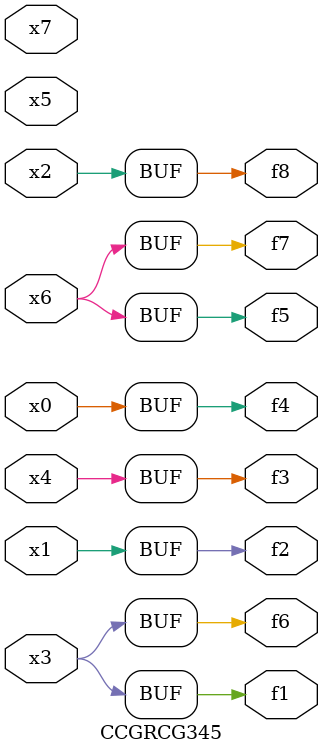
<source format=v>
module CCGRCG345(
	input x0, x1, x2, x3, x4, x5, x6, x7,
	output f1, f2, f3, f4, f5, f6, f7, f8
);
	assign f1 = x3;
	assign f2 = x1;
	assign f3 = x4;
	assign f4 = x0;
	assign f5 = x6;
	assign f6 = x3;
	assign f7 = x6;
	assign f8 = x2;
endmodule

</source>
